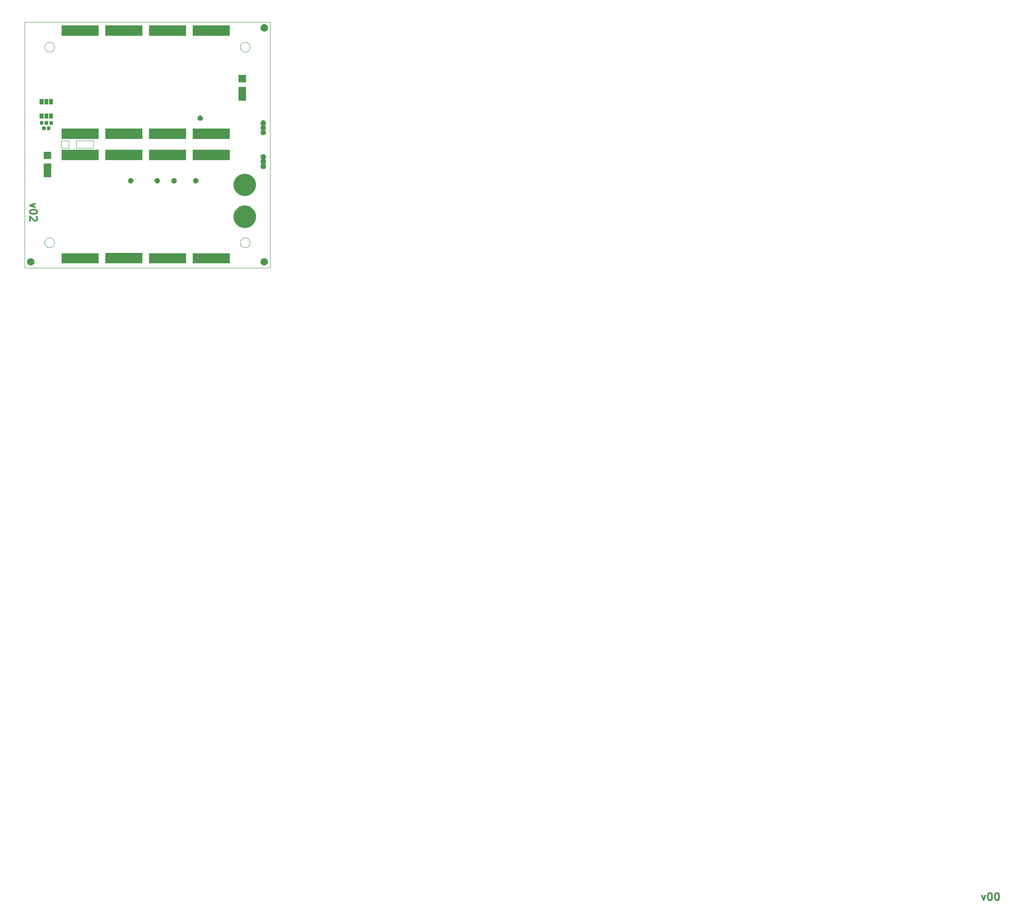
<source format=gbr>
%TF.GenerationSoftware,KiCad,Pcbnew,5.0.2-bee76a0~70~ubuntu18.04.1*%
%TF.CreationDate,2020-02-29T17:11:30-08:00*%
%TF.ProjectId,SolarCell+Y,536f6c61-7243-4656-9c6c-2b592e6b6963,rev?*%
%TF.SameCoordinates,Original*%
%TF.FileFunction,Soldermask,Top*%
%TF.FilePolarity,Negative*%
%FSLAX46Y46*%
G04 Gerber Fmt 4.6, Leading zero omitted, Abs format (unit mm)*
G04 Created by KiCad (PCBNEW 5.0.2-bee76a0~70~ubuntu18.04.1) date Sat 29 Feb 2020 05:11:30 PM PST*
%MOMM*%
%LPD*%
G01*
G04 APERTURE LIST*
%ADD10C,0.050000*%
%ADD11C,0.300000*%
%ADD12C,0.100000*%
G04 APERTURE END LIST*
D10*
X160500000Y-65600000D02*
X160500000Y-64100000D01*
X164000000Y-65600000D02*
X160500000Y-65600000D01*
X164000000Y-64100000D02*
X164000000Y-65600000D01*
X160500000Y-64100000D02*
X164000000Y-64100000D01*
X159000000Y-64100000D02*
X157500000Y-64100000D01*
X159000000Y-65650000D02*
X159000000Y-64100000D01*
X157500000Y-65650000D02*
X159000000Y-65650000D01*
X157500000Y-64100000D02*
X157500000Y-65650000D01*
D11*
X152086428Y-76954285D02*
X151086428Y-77311428D01*
X152086428Y-77668571D01*
X152586428Y-78525714D02*
X152586428Y-78668571D01*
X152515000Y-78811428D01*
X152443571Y-78882857D01*
X152300714Y-78954285D01*
X152015000Y-79025714D01*
X151657857Y-79025714D01*
X151372142Y-78954285D01*
X151229285Y-78882857D01*
X151157857Y-78811428D01*
X151086428Y-78668571D01*
X151086428Y-78525714D01*
X151157857Y-78382857D01*
X151229285Y-78311428D01*
X151372142Y-78240000D01*
X151657857Y-78168571D01*
X152015000Y-78168571D01*
X152300714Y-78240000D01*
X152443571Y-78311428D01*
X152515000Y-78382857D01*
X152586428Y-78525714D01*
X152443571Y-79597142D02*
X152515000Y-79668571D01*
X152586428Y-79811428D01*
X152586428Y-80168571D01*
X152515000Y-80311428D01*
X152443571Y-80382857D01*
X152300714Y-80454285D01*
X152157857Y-80454285D01*
X151943571Y-80382857D01*
X151086428Y-79525714D01*
X151086428Y-80454285D01*
D10*
X200000000Y-40000000D02*
X150000000Y-40000000D01*
X150000000Y-90000000D02*
X200000000Y-90000000D01*
X150000000Y-40000000D02*
X150000000Y-90000000D01*
X195900000Y-45100000D02*
G75*
G03X195900000Y-45100000I-1000000J0D01*
G01*
X156100000Y-84900000D02*
G75*
G03X156100000Y-84900000I-1000000J0D01*
G01*
X156100000Y-45100000D02*
G75*
G03X156100000Y-45100000I-1000000J0D01*
G01*
X195900000Y-84900000D02*
G75*
G03X195900000Y-84900000I-1000000J0D01*
G01*
X200000000Y-90000000D02*
X200000000Y-40000000D01*
D11*
X344733785Y-217737571D02*
X345090928Y-218737571D01*
X345448071Y-217737571D01*
X346305214Y-217237571D02*
X346448071Y-217237571D01*
X346590928Y-217309000D01*
X346662357Y-217380428D01*
X346733785Y-217523285D01*
X346805214Y-217809000D01*
X346805214Y-218166142D01*
X346733785Y-218451857D01*
X346662357Y-218594714D01*
X346590928Y-218666142D01*
X346448071Y-218737571D01*
X346305214Y-218737571D01*
X346162357Y-218666142D01*
X346090928Y-218594714D01*
X346019500Y-218451857D01*
X345948071Y-218166142D01*
X345948071Y-217809000D01*
X346019500Y-217523285D01*
X346090928Y-217380428D01*
X346162357Y-217309000D01*
X346305214Y-217237571D01*
X347733785Y-217237571D02*
X347876642Y-217237571D01*
X348019500Y-217309000D01*
X348090928Y-217380428D01*
X348162357Y-217523285D01*
X348233785Y-217809000D01*
X348233785Y-218166142D01*
X348162357Y-218451857D01*
X348090928Y-218594714D01*
X348019500Y-218666142D01*
X347876642Y-218737571D01*
X347733785Y-218737571D01*
X347590928Y-218666142D01*
X347519500Y-218594714D01*
X347448071Y-218451857D01*
X347376642Y-218166142D01*
X347376642Y-217809000D01*
X347448071Y-217523285D01*
X347519500Y-217380428D01*
X347590928Y-217309000D01*
X347733785Y-217237571D01*
D12*
G36*
X198973767Y-88051822D02*
X199110258Y-88108359D01*
X199233097Y-88190437D01*
X199337563Y-88294903D01*
X199419641Y-88417742D01*
X199476178Y-88554233D01*
X199505000Y-88699131D01*
X199505000Y-88846869D01*
X199476178Y-88991767D01*
X199419641Y-89128258D01*
X199337563Y-89251097D01*
X199233097Y-89355563D01*
X199110258Y-89437641D01*
X198973767Y-89494178D01*
X198828869Y-89523000D01*
X198681131Y-89523000D01*
X198536233Y-89494178D01*
X198399742Y-89437641D01*
X198276903Y-89355563D01*
X198172437Y-89251097D01*
X198090359Y-89128258D01*
X198033822Y-88991767D01*
X198005000Y-88846869D01*
X198005000Y-88699131D01*
X198033822Y-88554233D01*
X198090359Y-88417742D01*
X198172437Y-88294903D01*
X198276903Y-88190437D01*
X198399742Y-88108359D01*
X198536233Y-88051822D01*
X198681131Y-88023000D01*
X198828869Y-88023000D01*
X198973767Y-88051822D01*
X198973767Y-88051822D01*
G37*
G36*
X151475767Y-88051822D02*
X151612258Y-88108359D01*
X151735097Y-88190437D01*
X151839563Y-88294903D01*
X151921641Y-88417742D01*
X151978178Y-88554233D01*
X152007000Y-88699131D01*
X152007000Y-88846869D01*
X151978178Y-88991767D01*
X151921641Y-89128258D01*
X151839563Y-89251097D01*
X151735097Y-89355563D01*
X151612258Y-89437641D01*
X151475767Y-89494178D01*
X151330869Y-89523000D01*
X151183131Y-89523000D01*
X151038233Y-89494178D01*
X150901742Y-89437641D01*
X150778903Y-89355563D01*
X150674437Y-89251097D01*
X150592359Y-89128258D01*
X150535822Y-88991767D01*
X150507000Y-88846869D01*
X150507000Y-88699131D01*
X150535822Y-88554233D01*
X150592359Y-88417742D01*
X150674437Y-88294903D01*
X150778903Y-88190437D01*
X150901742Y-88108359D01*
X151038233Y-88051822D01*
X151183131Y-88023000D01*
X151330869Y-88023000D01*
X151475767Y-88051822D01*
X151475767Y-88051822D01*
G37*
G36*
X182819000Y-89105000D02*
X175321000Y-89105000D01*
X175321000Y-87007000D01*
X182819000Y-87007000D01*
X182819000Y-89105000D01*
X182819000Y-89105000D01*
G37*
G36*
X191709000Y-89105000D02*
X184211000Y-89105000D01*
X184211000Y-87007000D01*
X191709000Y-87007000D01*
X191709000Y-89105000D01*
X191709000Y-89105000D01*
G37*
G36*
X165039000Y-89105000D02*
X157541000Y-89105000D01*
X157541000Y-87007000D01*
X165039000Y-87007000D01*
X165039000Y-89105000D01*
X165039000Y-89105000D01*
G37*
G36*
X173929000Y-89060000D02*
X166431000Y-89060000D01*
X166431000Y-86962000D01*
X173929000Y-86962000D01*
X173929000Y-89060000D01*
X173929000Y-89060000D01*
G37*
G36*
X195456009Y-77437428D02*
X195865301Y-77606962D01*
X196233654Y-77853088D01*
X196546912Y-78166346D01*
X196793038Y-78534699D01*
X196962572Y-78943991D01*
X197049000Y-79378493D01*
X197049000Y-79821507D01*
X196962572Y-80256009D01*
X196793038Y-80665301D01*
X196546912Y-81033654D01*
X196233654Y-81346912D01*
X195865301Y-81593038D01*
X195456009Y-81762572D01*
X195021507Y-81849000D01*
X194578493Y-81849000D01*
X194143991Y-81762572D01*
X193734699Y-81593038D01*
X193366346Y-81346912D01*
X193053088Y-81033654D01*
X192806962Y-80665301D01*
X192637428Y-80256009D01*
X192551000Y-79821507D01*
X192551000Y-79378493D01*
X192637428Y-78943991D01*
X192806962Y-78534699D01*
X193053088Y-78166346D01*
X193366346Y-77853088D01*
X193734699Y-77606962D01*
X194143991Y-77437428D01*
X194578493Y-77351000D01*
X195021507Y-77351000D01*
X195456009Y-77437428D01*
X195456009Y-77437428D01*
G37*
G36*
X195456009Y-70937428D02*
X195865301Y-71106962D01*
X196233654Y-71353088D01*
X196546912Y-71666346D01*
X196793038Y-72034699D01*
X196962572Y-72443991D01*
X197049000Y-72878493D01*
X197049000Y-73321507D01*
X196962572Y-73756009D01*
X196793038Y-74165301D01*
X196546912Y-74533654D01*
X196233654Y-74846912D01*
X195865301Y-75093038D01*
X195456009Y-75262572D01*
X195021507Y-75349000D01*
X194578493Y-75349000D01*
X194143991Y-75262572D01*
X193734699Y-75093038D01*
X193366346Y-74846912D01*
X193053088Y-74533654D01*
X192806962Y-74165301D01*
X192637428Y-73756009D01*
X192551000Y-73321507D01*
X192551000Y-72878493D01*
X192637428Y-72443991D01*
X192806962Y-72034699D01*
X193053088Y-71666346D01*
X193366346Y-71353088D01*
X193734699Y-71106962D01*
X194143991Y-70937428D01*
X194578493Y-70851000D01*
X195021507Y-70851000D01*
X195456009Y-70937428D01*
X195456009Y-70937428D01*
G37*
G36*
X180584804Y-71735098D02*
X180684713Y-71776482D01*
X180684715Y-71776483D01*
X180774633Y-71836564D01*
X180851101Y-71913032D01*
X180911184Y-72002953D01*
X180952568Y-72102862D01*
X180973666Y-72208929D01*
X180973666Y-72317071D01*
X180952568Y-72423138D01*
X180943930Y-72443991D01*
X180911183Y-72523049D01*
X180851102Y-72612967D01*
X180774633Y-72689436D01*
X180684715Y-72749517D01*
X180684714Y-72749518D01*
X180684713Y-72749518D01*
X180584804Y-72790902D01*
X180478738Y-72812000D01*
X180370594Y-72812000D01*
X180264528Y-72790902D01*
X180164619Y-72749518D01*
X180164618Y-72749518D01*
X180164617Y-72749517D01*
X180074699Y-72689436D01*
X179998230Y-72612967D01*
X179938149Y-72523049D01*
X179905402Y-72443991D01*
X179896764Y-72423138D01*
X179875666Y-72317071D01*
X179875666Y-72208929D01*
X179896764Y-72102862D01*
X179938148Y-72002953D01*
X179998231Y-71913032D01*
X180074699Y-71836564D01*
X180164617Y-71776483D01*
X180164619Y-71776482D01*
X180264528Y-71735098D01*
X180370594Y-71714000D01*
X180478738Y-71714000D01*
X180584804Y-71735098D01*
X180584804Y-71735098D01*
G37*
G36*
X177147338Y-71735098D02*
X177247247Y-71776482D01*
X177247249Y-71776483D01*
X177337167Y-71836564D01*
X177413635Y-71913032D01*
X177473718Y-72002953D01*
X177515102Y-72102862D01*
X177536200Y-72208929D01*
X177536200Y-72317071D01*
X177515102Y-72423138D01*
X177506464Y-72443991D01*
X177473717Y-72523049D01*
X177413636Y-72612967D01*
X177337167Y-72689436D01*
X177247249Y-72749517D01*
X177247248Y-72749518D01*
X177247247Y-72749518D01*
X177147338Y-72790902D01*
X177041272Y-72812000D01*
X176933128Y-72812000D01*
X176827062Y-72790902D01*
X176727153Y-72749518D01*
X176727152Y-72749518D01*
X176727151Y-72749517D01*
X176637233Y-72689436D01*
X176560764Y-72612967D01*
X176500683Y-72523049D01*
X176467936Y-72443991D01*
X176459298Y-72423138D01*
X176438200Y-72317071D01*
X176438200Y-72208929D01*
X176459298Y-72102862D01*
X176500682Y-72002953D01*
X176560765Y-71913032D01*
X176637233Y-71836564D01*
X176727151Y-71776483D01*
X176727153Y-71776482D01*
X176827062Y-71735098D01*
X176933128Y-71714000D01*
X177041272Y-71714000D01*
X177147338Y-71735098D01*
X177147338Y-71735098D01*
G37*
G36*
X184995938Y-71735098D02*
X185095847Y-71776482D01*
X185095849Y-71776483D01*
X185185767Y-71836564D01*
X185262235Y-71913032D01*
X185322318Y-72002953D01*
X185363702Y-72102862D01*
X185384800Y-72208929D01*
X185384800Y-72317071D01*
X185363702Y-72423138D01*
X185355064Y-72443991D01*
X185322317Y-72523049D01*
X185262236Y-72612967D01*
X185185767Y-72689436D01*
X185095849Y-72749517D01*
X185095848Y-72749518D01*
X185095847Y-72749518D01*
X184995938Y-72790902D01*
X184889872Y-72812000D01*
X184781728Y-72812000D01*
X184675662Y-72790902D01*
X184575753Y-72749518D01*
X184575752Y-72749518D01*
X184575751Y-72749517D01*
X184485833Y-72689436D01*
X184409364Y-72612967D01*
X184349283Y-72523049D01*
X184316536Y-72443991D01*
X184307898Y-72423138D01*
X184286800Y-72317071D01*
X184286800Y-72208929D01*
X184307898Y-72102862D01*
X184349282Y-72002953D01*
X184409365Y-71913032D01*
X184485833Y-71836564D01*
X184575751Y-71776483D01*
X184575753Y-71776482D01*
X184675662Y-71735098D01*
X184781728Y-71714000D01*
X184889872Y-71714000D01*
X184995938Y-71735098D01*
X184995938Y-71735098D01*
G37*
G36*
X171762538Y-71735098D02*
X171862447Y-71776482D01*
X171862449Y-71776483D01*
X171952367Y-71836564D01*
X172028835Y-71913032D01*
X172088918Y-72002953D01*
X172130302Y-72102862D01*
X172151400Y-72208929D01*
X172151400Y-72317071D01*
X172130302Y-72423138D01*
X172121664Y-72443991D01*
X172088917Y-72523049D01*
X172028836Y-72612967D01*
X171952367Y-72689436D01*
X171862449Y-72749517D01*
X171862448Y-72749518D01*
X171862447Y-72749518D01*
X171762538Y-72790902D01*
X171656472Y-72812000D01*
X171548328Y-72812000D01*
X171442262Y-72790902D01*
X171342353Y-72749518D01*
X171342352Y-72749518D01*
X171342351Y-72749517D01*
X171252433Y-72689436D01*
X171175964Y-72612967D01*
X171115883Y-72523049D01*
X171083136Y-72443991D01*
X171074498Y-72423138D01*
X171053400Y-72317071D01*
X171053400Y-72208929D01*
X171074498Y-72102862D01*
X171115882Y-72002953D01*
X171175965Y-71913032D01*
X171252433Y-71836564D01*
X171342351Y-71776483D01*
X171342353Y-71776482D01*
X171442262Y-71735098D01*
X171548328Y-71714000D01*
X171656472Y-71714000D01*
X171762538Y-71735098D01*
X171762538Y-71735098D01*
G37*
G36*
X155435000Y-71560000D02*
X153937000Y-71560000D01*
X153937000Y-68762000D01*
X155435000Y-68762000D01*
X155435000Y-71560000D01*
X155435000Y-71560000D01*
G37*
G36*
X198674666Y-66883703D02*
X198728472Y-66894405D01*
X198829837Y-66936392D01*
X198921067Y-66997350D01*
X198998650Y-67074933D01*
X199059608Y-67166163D01*
X199101595Y-67267528D01*
X199123000Y-67375141D01*
X199123000Y-67484859D01*
X199101595Y-67592472D01*
X199059608Y-67693837D01*
X198998650Y-67785067D01*
X198921065Y-67862652D01*
X198919284Y-67863842D01*
X198911783Y-67869998D01*
X198905627Y-67877498D01*
X198901052Y-67886056D01*
X198898235Y-67895342D01*
X198897284Y-67904999D01*
X198898235Y-67914656D01*
X198901052Y-67923942D01*
X198905626Y-67932500D01*
X198911782Y-67940001D01*
X198919284Y-67946158D01*
X198921065Y-67947348D01*
X198998650Y-68024933D01*
X199059608Y-68116163D01*
X199101595Y-68217528D01*
X199123000Y-68325141D01*
X199123000Y-68434859D01*
X199101595Y-68542472D01*
X199059608Y-68643837D01*
X198998650Y-68735067D01*
X198921065Y-68812652D01*
X198919284Y-68813842D01*
X198911783Y-68819998D01*
X198905627Y-68827498D01*
X198901052Y-68836056D01*
X198898235Y-68845342D01*
X198897284Y-68854999D01*
X198898235Y-68864656D01*
X198901052Y-68873942D01*
X198905626Y-68882500D01*
X198911782Y-68890001D01*
X198919284Y-68896158D01*
X198921065Y-68897348D01*
X198998650Y-68974933D01*
X199059608Y-69066163D01*
X199101595Y-69167528D01*
X199123000Y-69275141D01*
X199123000Y-69384859D01*
X199101595Y-69492472D01*
X199059608Y-69593837D01*
X198998650Y-69685067D01*
X198921067Y-69762650D01*
X198829837Y-69823608D01*
X198728472Y-69865595D01*
X198674666Y-69876297D01*
X198620860Y-69887000D01*
X198511140Y-69887000D01*
X198457334Y-69876297D01*
X198403528Y-69865595D01*
X198302163Y-69823608D01*
X198210933Y-69762650D01*
X198133350Y-69685067D01*
X198072392Y-69593837D01*
X198030405Y-69492472D01*
X198009000Y-69384859D01*
X198009000Y-69275141D01*
X198030405Y-69167528D01*
X198072392Y-69066163D01*
X198133350Y-68974933D01*
X198210935Y-68897348D01*
X198212716Y-68896158D01*
X198220217Y-68890002D01*
X198226373Y-68882502D01*
X198230948Y-68873944D01*
X198233765Y-68864658D01*
X198234716Y-68855001D01*
X198233765Y-68845344D01*
X198230948Y-68836058D01*
X198226374Y-68827500D01*
X198220218Y-68819999D01*
X198212716Y-68813842D01*
X198210935Y-68812652D01*
X198133350Y-68735067D01*
X198072392Y-68643837D01*
X198030405Y-68542472D01*
X198009000Y-68434859D01*
X198009000Y-68325141D01*
X198030405Y-68217528D01*
X198072392Y-68116163D01*
X198133350Y-68024933D01*
X198210935Y-67947348D01*
X198212716Y-67946158D01*
X198220217Y-67940002D01*
X198226373Y-67932502D01*
X198230948Y-67923944D01*
X198233765Y-67914658D01*
X198234716Y-67905001D01*
X198233765Y-67895344D01*
X198230948Y-67886058D01*
X198226374Y-67877500D01*
X198220218Y-67869999D01*
X198212716Y-67863842D01*
X198210935Y-67862652D01*
X198133350Y-67785067D01*
X198072392Y-67693837D01*
X198030405Y-67592472D01*
X198009000Y-67484859D01*
X198009000Y-67375141D01*
X198030405Y-67267528D01*
X198072392Y-67166163D01*
X198133350Y-67074933D01*
X198210933Y-66997350D01*
X198302163Y-66936392D01*
X198403528Y-66894405D01*
X198457334Y-66883703D01*
X198511140Y-66873000D01*
X198620860Y-66873000D01*
X198674666Y-66883703D01*
X198674666Y-66883703D01*
G37*
G36*
X165039000Y-68105000D02*
X157541000Y-68105000D01*
X157541000Y-66007000D01*
X165039000Y-66007000D01*
X165039000Y-68105000D01*
X165039000Y-68105000D01*
G37*
G36*
X182819000Y-68105000D02*
X175321000Y-68105000D01*
X175321000Y-66007000D01*
X182819000Y-66007000D01*
X182819000Y-68105000D01*
X182819000Y-68105000D01*
G37*
G36*
X191709000Y-68105000D02*
X184211000Y-68105000D01*
X184211000Y-66007000D01*
X191709000Y-66007000D01*
X191709000Y-68105000D01*
X191709000Y-68105000D01*
G37*
G36*
X173929000Y-68060000D02*
X166431000Y-68060000D01*
X166431000Y-65962000D01*
X173929000Y-65962000D01*
X173929000Y-68060000D01*
X173929000Y-68060000D01*
G37*
G36*
X155435000Y-67860000D02*
X153937000Y-67860000D01*
X153937000Y-66362000D01*
X155435000Y-66362000D01*
X155435000Y-67860000D01*
X155435000Y-67860000D01*
G37*
G36*
X173929000Y-63787000D02*
X166431000Y-63787000D01*
X166431000Y-61689000D01*
X173929000Y-61689000D01*
X173929000Y-63787000D01*
X173929000Y-63787000D01*
G37*
G36*
X182819000Y-63787000D02*
X175321000Y-63787000D01*
X175321000Y-61689000D01*
X182819000Y-61689000D01*
X182819000Y-63787000D01*
X182819000Y-63787000D01*
G37*
G36*
X165039000Y-63787000D02*
X157541000Y-63787000D01*
X157541000Y-61689000D01*
X165039000Y-61689000D01*
X165039000Y-63787000D01*
X165039000Y-63787000D01*
G37*
G36*
X191709000Y-63787000D02*
X184211000Y-63787000D01*
X184211000Y-61689000D01*
X191709000Y-61689000D01*
X191709000Y-63787000D01*
X191709000Y-63787000D01*
G37*
G36*
X198674666Y-59983703D02*
X198728472Y-59994405D01*
X198829837Y-60036392D01*
X198921067Y-60097350D01*
X198998650Y-60174933D01*
X199059608Y-60266163D01*
X199101595Y-60367528D01*
X199123000Y-60475141D01*
X199123000Y-60584859D01*
X199101595Y-60692472D01*
X199059608Y-60793837D01*
X198998650Y-60885067D01*
X198921065Y-60962652D01*
X198919284Y-60963842D01*
X198911783Y-60969998D01*
X198905627Y-60977498D01*
X198901052Y-60986056D01*
X198898235Y-60995342D01*
X198897284Y-61004999D01*
X198898235Y-61014656D01*
X198901052Y-61023942D01*
X198905626Y-61032500D01*
X198911782Y-61040001D01*
X198919284Y-61046158D01*
X198921065Y-61047348D01*
X198998650Y-61124933D01*
X199059608Y-61216163D01*
X199081617Y-61269298D01*
X199101595Y-61317529D01*
X199117602Y-61398000D01*
X199123000Y-61425141D01*
X199123000Y-61534859D01*
X199101595Y-61642472D01*
X199059608Y-61743837D01*
X198998650Y-61835067D01*
X198921065Y-61912652D01*
X198919284Y-61913842D01*
X198911783Y-61919998D01*
X198905627Y-61927498D01*
X198901052Y-61936056D01*
X198898235Y-61945342D01*
X198897284Y-61954999D01*
X198898235Y-61964656D01*
X198901052Y-61973942D01*
X198905626Y-61982500D01*
X198911782Y-61990001D01*
X198919284Y-61996158D01*
X198921065Y-61997348D01*
X198998650Y-62074933D01*
X199059608Y-62166163D01*
X199101595Y-62267528D01*
X199123000Y-62375141D01*
X199123000Y-62484859D01*
X199101595Y-62592472D01*
X199059608Y-62693837D01*
X198998650Y-62785067D01*
X198921067Y-62862650D01*
X198829837Y-62923608D01*
X198728472Y-62965595D01*
X198674665Y-62976298D01*
X198620860Y-62987000D01*
X198511140Y-62987000D01*
X198457335Y-62976298D01*
X198403528Y-62965595D01*
X198302163Y-62923608D01*
X198210933Y-62862650D01*
X198133350Y-62785067D01*
X198072392Y-62693837D01*
X198030405Y-62592472D01*
X198009000Y-62484859D01*
X198009000Y-62375141D01*
X198030405Y-62267528D01*
X198072392Y-62166163D01*
X198133350Y-62074933D01*
X198210935Y-61997348D01*
X198212716Y-61996158D01*
X198220217Y-61990002D01*
X198226373Y-61982502D01*
X198230948Y-61973944D01*
X198233765Y-61964658D01*
X198234716Y-61955001D01*
X198233765Y-61945344D01*
X198230948Y-61936058D01*
X198226374Y-61927500D01*
X198220218Y-61919999D01*
X198212716Y-61913842D01*
X198210935Y-61912652D01*
X198133350Y-61835067D01*
X198072392Y-61743837D01*
X198030405Y-61642472D01*
X198009000Y-61534859D01*
X198009000Y-61425141D01*
X198014399Y-61398000D01*
X198030405Y-61317529D01*
X198050383Y-61269298D01*
X198072392Y-61216163D01*
X198133350Y-61124933D01*
X198210935Y-61047348D01*
X198212716Y-61046158D01*
X198220217Y-61040002D01*
X198226373Y-61032502D01*
X198230948Y-61023944D01*
X198233765Y-61014658D01*
X198234716Y-61005001D01*
X198233765Y-60995344D01*
X198230948Y-60986058D01*
X198226374Y-60977500D01*
X198220218Y-60969999D01*
X198212716Y-60963842D01*
X198210935Y-60962652D01*
X198133350Y-60885067D01*
X198072392Y-60793837D01*
X198030405Y-60692472D01*
X198009000Y-60584859D01*
X198009000Y-60475141D01*
X198030405Y-60367528D01*
X198072392Y-60266163D01*
X198133350Y-60174933D01*
X198210933Y-60097350D01*
X198302163Y-60036392D01*
X198403528Y-59994405D01*
X198457334Y-59983703D01*
X198511140Y-59973000D01*
X198620860Y-59973000D01*
X198674666Y-59983703D01*
X198674666Y-59983703D01*
G37*
G36*
X154172433Y-61229064D02*
X154200008Y-61237430D01*
X154225422Y-61251014D01*
X154247702Y-61269298D01*
X154265986Y-61291578D01*
X154279570Y-61316992D01*
X154287936Y-61344567D01*
X154291000Y-61375684D01*
X154291000Y-61814316D01*
X154287936Y-61845433D01*
X154279570Y-61873008D01*
X154265986Y-61898422D01*
X154247702Y-61920702D01*
X154225422Y-61938986D01*
X154200008Y-61952570D01*
X154172433Y-61960936D01*
X154141316Y-61964000D01*
X153752684Y-61964000D01*
X153721567Y-61960936D01*
X153693992Y-61952570D01*
X153668578Y-61938986D01*
X153646298Y-61920702D01*
X153628014Y-61898422D01*
X153614430Y-61873008D01*
X153606064Y-61845433D01*
X153603000Y-61814316D01*
X153603000Y-61375684D01*
X153606064Y-61344567D01*
X153614430Y-61316992D01*
X153628014Y-61291578D01*
X153646298Y-61269298D01*
X153668578Y-61251014D01*
X153693992Y-61237430D01*
X153721567Y-61229064D01*
X153752684Y-61226000D01*
X154141316Y-61226000D01*
X154172433Y-61229064D01*
X154172433Y-61229064D01*
G37*
G36*
X155142433Y-61229064D02*
X155170008Y-61237430D01*
X155195422Y-61251014D01*
X155217702Y-61269298D01*
X155235986Y-61291578D01*
X155249570Y-61316992D01*
X155257936Y-61344567D01*
X155261000Y-61375684D01*
X155261000Y-61814316D01*
X155257936Y-61845433D01*
X155249570Y-61873008D01*
X155235986Y-61898422D01*
X155217702Y-61920702D01*
X155195422Y-61938986D01*
X155170008Y-61952570D01*
X155142433Y-61960936D01*
X155111316Y-61964000D01*
X154722684Y-61964000D01*
X154691567Y-61960936D01*
X154663992Y-61952570D01*
X154638578Y-61938986D01*
X154616298Y-61920702D01*
X154598014Y-61898422D01*
X154584430Y-61873008D01*
X154576064Y-61845433D01*
X154573000Y-61814316D01*
X154573000Y-61375684D01*
X154576064Y-61344567D01*
X154584430Y-61316992D01*
X154598014Y-61291578D01*
X154616298Y-61269298D01*
X154638578Y-61251014D01*
X154663992Y-61237430D01*
X154691567Y-61229064D01*
X154722684Y-61226000D01*
X155111316Y-61226000D01*
X155142433Y-61229064D01*
X155142433Y-61229064D01*
G37*
G36*
X153715233Y-60136864D02*
X153742808Y-60145230D01*
X153768222Y-60158814D01*
X153790502Y-60177098D01*
X153808786Y-60199378D01*
X153822370Y-60224792D01*
X153830736Y-60252367D01*
X153833800Y-60283484D01*
X153833800Y-60722116D01*
X153830736Y-60753233D01*
X153822370Y-60780808D01*
X153808786Y-60806222D01*
X153790502Y-60828502D01*
X153768222Y-60846786D01*
X153742808Y-60860370D01*
X153715233Y-60868736D01*
X153684116Y-60871800D01*
X153295484Y-60871800D01*
X153264367Y-60868736D01*
X153236792Y-60860370D01*
X153211378Y-60846786D01*
X153189098Y-60828502D01*
X153170814Y-60806222D01*
X153157230Y-60780808D01*
X153148864Y-60753233D01*
X153145800Y-60722116D01*
X153145800Y-60283484D01*
X153148864Y-60252367D01*
X153157230Y-60224792D01*
X153170814Y-60199378D01*
X153189098Y-60177098D01*
X153211378Y-60158814D01*
X153236792Y-60145230D01*
X153264367Y-60136864D01*
X153295484Y-60133800D01*
X153684116Y-60133800D01*
X153715233Y-60136864D01*
X153715233Y-60136864D01*
G37*
G36*
X154685233Y-60136864D02*
X154712808Y-60145230D01*
X154738222Y-60158814D01*
X154760502Y-60177098D01*
X154778786Y-60199378D01*
X154792370Y-60224792D01*
X154800736Y-60252367D01*
X154803800Y-60283484D01*
X154803800Y-60722116D01*
X154800736Y-60753233D01*
X154792370Y-60780808D01*
X154778786Y-60806222D01*
X154760502Y-60828502D01*
X154738222Y-60846786D01*
X154712808Y-60860370D01*
X154685233Y-60868736D01*
X154654116Y-60871800D01*
X154260684Y-60871800D01*
X154229567Y-60868736D01*
X154201992Y-60860370D01*
X154176578Y-60846786D01*
X154154298Y-60828502D01*
X154136014Y-60806222D01*
X154122430Y-60780808D01*
X154114064Y-60753233D01*
X154111000Y-60722116D01*
X154111000Y-60283484D01*
X154114064Y-60252367D01*
X154122430Y-60224792D01*
X154136014Y-60199378D01*
X154154298Y-60177098D01*
X154176578Y-60158814D01*
X154201992Y-60145230D01*
X154229567Y-60136864D01*
X154260684Y-60133800D01*
X154654116Y-60133800D01*
X154685233Y-60136864D01*
X154685233Y-60136864D01*
G37*
G36*
X155650433Y-60136864D02*
X155678008Y-60145230D01*
X155703422Y-60158814D01*
X155725702Y-60177098D01*
X155743986Y-60199378D01*
X155757570Y-60224792D01*
X155765936Y-60252367D01*
X155769000Y-60283484D01*
X155769000Y-60722116D01*
X155765936Y-60753233D01*
X155757570Y-60780808D01*
X155743986Y-60806222D01*
X155725702Y-60828502D01*
X155703422Y-60846786D01*
X155678008Y-60860370D01*
X155650433Y-60868736D01*
X155619316Y-60871800D01*
X155230684Y-60871800D01*
X155199567Y-60868736D01*
X155171992Y-60860370D01*
X155146578Y-60846786D01*
X155124298Y-60828502D01*
X155106014Y-60806222D01*
X155092430Y-60780808D01*
X155084064Y-60753233D01*
X155081000Y-60722116D01*
X155081000Y-60283484D01*
X155084064Y-60252367D01*
X155092430Y-60224792D01*
X155106014Y-60199378D01*
X155124298Y-60177098D01*
X155146578Y-60158814D01*
X155171992Y-60145230D01*
X155199567Y-60136864D01*
X155230684Y-60133800D01*
X155619316Y-60133800D01*
X155650433Y-60136864D01*
X155650433Y-60136864D01*
G37*
G36*
X185857304Y-58973749D02*
X185910338Y-58984298D01*
X186010247Y-59025682D01*
X186010249Y-59025683D01*
X186100167Y-59085764D01*
X186176636Y-59162233D01*
X186236717Y-59252151D01*
X186278102Y-59352063D01*
X186299200Y-59458128D01*
X186299200Y-59566272D01*
X186278102Y-59672337D01*
X186236717Y-59772249D01*
X186176636Y-59862167D01*
X186100167Y-59938636D01*
X186010249Y-59998717D01*
X186010248Y-59998718D01*
X186010247Y-59998718D01*
X185910338Y-60040102D01*
X185857304Y-60050651D01*
X185804272Y-60061200D01*
X185696128Y-60061200D01*
X185643096Y-60050651D01*
X185590062Y-60040102D01*
X185490153Y-59998718D01*
X185490152Y-59998718D01*
X185490151Y-59998717D01*
X185400233Y-59938636D01*
X185323764Y-59862167D01*
X185263683Y-59772249D01*
X185222298Y-59672337D01*
X185201200Y-59566272D01*
X185201200Y-59458128D01*
X185222298Y-59352063D01*
X185263683Y-59252151D01*
X185323764Y-59162233D01*
X185400233Y-59085764D01*
X185490151Y-59025683D01*
X185490153Y-59025682D01*
X185590062Y-58984298D01*
X185643096Y-58973749D01*
X185696128Y-58963200D01*
X185804272Y-58963200D01*
X185857304Y-58973749D01*
X185857304Y-58973749D01*
G37*
G36*
X155781000Y-59657000D02*
X154983000Y-59657000D01*
X154983000Y-58559000D01*
X155781000Y-58559000D01*
X155781000Y-59657000D01*
X155781000Y-59657000D01*
G37*
G36*
X153881000Y-59657000D02*
X153083000Y-59657000D01*
X153083000Y-58559000D01*
X153881000Y-58559000D01*
X153881000Y-59657000D01*
X153881000Y-59657000D01*
G37*
G36*
X154831000Y-59657000D02*
X154033000Y-59657000D01*
X154033000Y-58559000D01*
X154831000Y-58559000D01*
X154831000Y-59657000D01*
X154831000Y-59657000D01*
G37*
G36*
X153881000Y-56757000D02*
X153083000Y-56757000D01*
X153083000Y-55659000D01*
X153881000Y-55659000D01*
X153881000Y-56757000D01*
X153881000Y-56757000D01*
G37*
G36*
X154831000Y-56757000D02*
X154033000Y-56757000D01*
X154033000Y-55659000D01*
X154831000Y-55659000D01*
X154831000Y-56757000D01*
X154831000Y-56757000D01*
G37*
G36*
X155781000Y-56757000D02*
X154983000Y-56757000D01*
X154983000Y-55659000D01*
X155781000Y-55659000D01*
X155781000Y-56757000D01*
X155781000Y-56757000D01*
G37*
G36*
X195059000Y-55939000D02*
X193561000Y-55939000D01*
X193561000Y-53141000D01*
X195059000Y-53141000D01*
X195059000Y-55939000D01*
X195059000Y-55939000D01*
G37*
G36*
X195059000Y-52239000D02*
X193561000Y-52239000D01*
X193561000Y-50741000D01*
X195059000Y-50741000D01*
X195059000Y-52239000D01*
X195059000Y-52239000D01*
G37*
G36*
X165039000Y-42787000D02*
X157541000Y-42787000D01*
X157541000Y-40689000D01*
X165039000Y-40689000D01*
X165039000Y-42787000D01*
X165039000Y-42787000D01*
G37*
G36*
X191709000Y-42787000D02*
X184211000Y-42787000D01*
X184211000Y-40689000D01*
X191709000Y-40689000D01*
X191709000Y-42787000D01*
X191709000Y-42787000D01*
G37*
G36*
X182819000Y-42787000D02*
X175321000Y-42787000D01*
X175321000Y-40689000D01*
X182819000Y-40689000D01*
X182819000Y-42787000D01*
X182819000Y-42787000D01*
G37*
G36*
X173929000Y-42787000D02*
X166431000Y-42787000D01*
X166431000Y-40689000D01*
X173929000Y-40689000D01*
X173929000Y-42787000D01*
X173929000Y-42787000D01*
G37*
G36*
X198973767Y-40426822D02*
X199110258Y-40483359D01*
X199233097Y-40565437D01*
X199337563Y-40669903D01*
X199419641Y-40792742D01*
X199476178Y-40929233D01*
X199505000Y-41074131D01*
X199505000Y-41221869D01*
X199476178Y-41366767D01*
X199419641Y-41503258D01*
X199337563Y-41626097D01*
X199233097Y-41730563D01*
X199110258Y-41812641D01*
X198973767Y-41869178D01*
X198828869Y-41898000D01*
X198681131Y-41898000D01*
X198536233Y-41869178D01*
X198399742Y-41812641D01*
X198276903Y-41730563D01*
X198172437Y-41626097D01*
X198090359Y-41503258D01*
X198033822Y-41366767D01*
X198005000Y-41221869D01*
X198005000Y-41074131D01*
X198033822Y-40929233D01*
X198090359Y-40792742D01*
X198172437Y-40669903D01*
X198276903Y-40565437D01*
X198399742Y-40483359D01*
X198536233Y-40426822D01*
X198681131Y-40398000D01*
X198828869Y-40398000D01*
X198973767Y-40426822D01*
X198973767Y-40426822D01*
G37*
M02*

</source>
